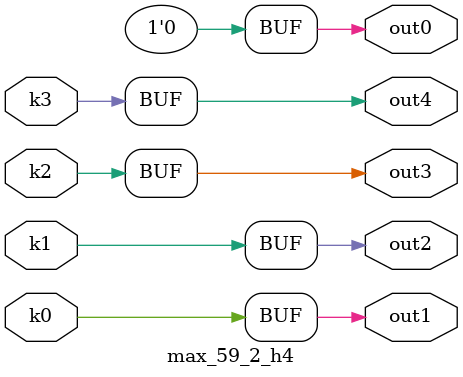
<source format=v>
module max_59_2(pi0, pi1, pi2, pi3, pi4, pi5, pi6, pi7, pi8, po0, po1, po2, po3, po4);
input pi0, pi1, pi2, pi3, pi4, pi5, pi6, pi7, pi8;
output po0, po1, po2, po3, po4;
wire k0, k1, k2, k3;
max_59_2_w4 DUT1 (pi0, pi1, pi2, pi3, pi4, pi5, pi6, pi7, pi8, k0, k1, k2, k3);
max_59_2_h4 DUT2 (k0, k1, k2, k3, po0, po1, po2, po3, po4);
endmodule

module max_59_2_w4(in8, in7, in6, in5, in4, in3, in2, in1, in0, k3, k2, k1, k0);
input in8, in7, in6, in5, in4, in3, in2, in1, in0;
output k3, k2, k1, k0;
assign k0 =   in5 ? in7 : in2;
assign k1 =   in5 ? in8 : in3;
assign k2 =   in6 & (in0 | in1);
assign k3 =   (((in8 | (~in4 & ~in3)) & (~in4 | ~in3)) | (in7 & ~in2)) & (in7 | ~in2) & (in6 | in1 | in0);
endmodule

module max_59_2_h4(k3, k2, k1, k0, out4, out3, out2, out1, out0);
input k3, k2, k1, k0;
output out4, out3, out2, out1, out0;
assign out0 = 0;
assign out1 = k0;
assign out2 = k1;
assign out3 = k2;
assign out4 = k3;
endmodule

</source>
